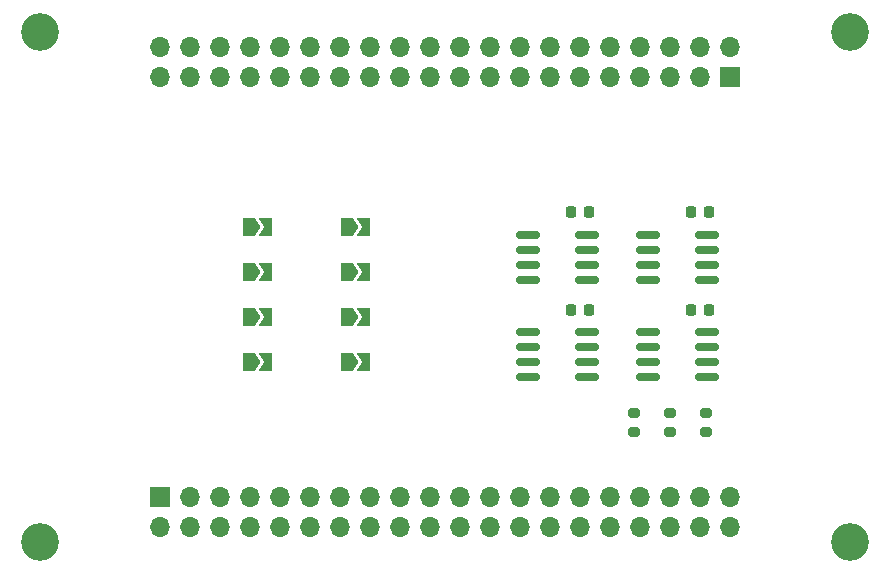
<source format=gbr>
G04 #@! TF.GenerationSoftware,KiCad,Pcbnew,7.0.6+dfsg-1*
G04 #@! TF.CreationDate,2023-08-25T11:52:39+08:00*
G04 #@! TF.ProjectId,mem24cxx,6d656d32-3463-4787-982e-6b696361645f,rev?*
G04 #@! TF.SameCoordinates,Original*
G04 #@! TF.FileFunction,Soldermask,Top*
G04 #@! TF.FilePolarity,Negative*
%FSLAX46Y46*%
G04 Gerber Fmt 4.6, Leading zero omitted, Abs format (unit mm)*
G04 Created by KiCad (PCBNEW 7.0.6+dfsg-1) date 2023-08-25 11:52:39*
%MOMM*%
%LPD*%
G01*
G04 APERTURE LIST*
G04 Aperture macros list*
%AMRoundRect*
0 Rectangle with rounded corners*
0 $1 Rounding radius*
0 $2 $3 $4 $5 $6 $7 $8 $9 X,Y pos of 4 corners*
0 Add a 4 corners polygon primitive as box body*
4,1,4,$2,$3,$4,$5,$6,$7,$8,$9,$2,$3,0*
0 Add four circle primitives for the rounded corners*
1,1,$1+$1,$2,$3*
1,1,$1+$1,$4,$5*
1,1,$1+$1,$6,$7*
1,1,$1+$1,$8,$9*
0 Add four rect primitives between the rounded corners*
20,1,$1+$1,$2,$3,$4,$5,0*
20,1,$1+$1,$4,$5,$6,$7,0*
20,1,$1+$1,$6,$7,$8,$9,0*
20,1,$1+$1,$8,$9,$2,$3,0*%
%AMFreePoly0*
4,1,6,1.000000,0.000000,0.500000,-0.750000,-0.500000,-0.750000,-0.500000,0.750000,0.500000,0.750000,1.000000,0.000000,1.000000,0.000000,$1*%
%AMFreePoly1*
4,1,6,0.500000,-0.750000,-0.650000,-0.750000,-0.150000,0.000000,-0.650000,0.750000,0.500000,0.750000,0.500000,-0.750000,0.500000,-0.750000,$1*%
G04 Aperture macros list end*
%ADD10RoundRect,0.150000X-0.825000X-0.150000X0.825000X-0.150000X0.825000X0.150000X-0.825000X0.150000X0*%
%ADD11FreePoly0,0.000000*%
%ADD12FreePoly1,0.000000*%
%ADD13RoundRect,0.225000X0.225000X0.250000X-0.225000X0.250000X-0.225000X-0.250000X0.225000X-0.250000X0*%
%ADD14C,3.200000*%
%ADD15R,1.700000X1.700000*%
%ADD16O,1.700000X1.700000*%
%ADD17RoundRect,0.200000X0.275000X-0.200000X0.275000X0.200000X-0.275000X0.200000X-0.275000X-0.200000X0*%
%ADD18RoundRect,0.200000X-0.275000X0.200000X-0.275000X-0.200000X0.275000X-0.200000X0.275000X0.200000X0*%
G04 APERTURE END LIST*
D10*
G04 #@! TO.C,U4*
X201360000Y-124460000D03*
X201360000Y-125730000D03*
X201360000Y-127000000D03*
X201360000Y-128270000D03*
X206310000Y-128270000D03*
X206310000Y-127000000D03*
X206310000Y-125730000D03*
X206310000Y-124460000D03*
G04 #@! TD*
G04 #@! TO.C,U1*
X191200000Y-116205000D03*
X191200000Y-117475000D03*
X191200000Y-118745000D03*
X191200000Y-120015000D03*
X196150000Y-120015000D03*
X196150000Y-118745000D03*
X196150000Y-117475000D03*
X196150000Y-116205000D03*
G04 #@! TD*
D11*
G04 #@! TO.C,JP3*
X167550000Y-123190000D03*
D12*
X169000000Y-123190000D03*
G04 #@! TD*
D13*
G04 #@! TO.C,C3*
X206515000Y-114300000D03*
X204965000Y-114300000D03*
G04 #@! TD*
D11*
G04 #@! TO.C,JP1*
X167550000Y-115570000D03*
D12*
X169000000Y-115570000D03*
G04 #@! TD*
D11*
G04 #@! TO.C,JP8*
X175805000Y-127000000D03*
D12*
X177255000Y-127000000D03*
G04 #@! TD*
D14*
G04 #@! TO.C,J3*
X149860000Y-99060000D03*
X149860000Y-142240000D03*
X218440000Y-99060000D03*
X218440000Y-142240000D03*
G04 #@! TD*
D11*
G04 #@! TO.C,JP4*
X167550000Y-127000000D03*
D12*
X169000000Y-127000000D03*
G04 #@! TD*
D11*
G04 #@! TO.C,JP7*
X175805000Y-123190000D03*
D12*
X177255000Y-123190000D03*
G04 #@! TD*
D15*
G04 #@! TO.C,J2*
X208280000Y-102870000D03*
D16*
X208280000Y-100330000D03*
X205740000Y-102870000D03*
X205740000Y-100330000D03*
X203200000Y-102870000D03*
X203200000Y-100330000D03*
X200660000Y-102870000D03*
X200660000Y-100330000D03*
X198120000Y-102870000D03*
X198120000Y-100330000D03*
X195580000Y-102870000D03*
X195580000Y-100330000D03*
X193040000Y-102870000D03*
X193040000Y-100330000D03*
X190500000Y-102870000D03*
X190500000Y-100330000D03*
X187960000Y-102870000D03*
X187960000Y-100330000D03*
X185420000Y-102870000D03*
X185420000Y-100330000D03*
X182880000Y-102870000D03*
X182880000Y-100330000D03*
X180340000Y-102870000D03*
X180340000Y-100330000D03*
X177800000Y-102870000D03*
X177800000Y-100330000D03*
X175260000Y-102870000D03*
X175260000Y-100330000D03*
X172720000Y-102870000D03*
X172720000Y-100330000D03*
X170180000Y-102870000D03*
X170180000Y-100330000D03*
X167640000Y-102870000D03*
X167640000Y-100330000D03*
X165100000Y-102870000D03*
X165100000Y-100330000D03*
X162560000Y-102870000D03*
X162560000Y-100330000D03*
X160020000Y-102870000D03*
X160020000Y-100330000D03*
G04 #@! TD*
D13*
G04 #@! TO.C,C2*
X196355000Y-122555000D03*
X194805000Y-122555000D03*
G04 #@! TD*
D17*
G04 #@! TO.C,R1*
X203200000Y-132905000D03*
X203200000Y-131255000D03*
G04 #@! TD*
D10*
G04 #@! TO.C,U3*
X201360000Y-116205000D03*
X201360000Y-117475000D03*
X201360000Y-118745000D03*
X201360000Y-120015000D03*
X206310000Y-120015000D03*
X206310000Y-118745000D03*
X206310000Y-117475000D03*
X206310000Y-116205000D03*
G04 #@! TD*
D18*
G04 #@! TO.C,R3*
X200152000Y-131255000D03*
X200152000Y-132905000D03*
G04 #@! TD*
D11*
G04 #@! TO.C,JP5*
X175805000Y-115570000D03*
D12*
X177255000Y-115570000D03*
G04 #@! TD*
D13*
G04 #@! TO.C,C1*
X196355000Y-114300000D03*
X194805000Y-114300000D03*
G04 #@! TD*
G04 #@! TO.C,C4*
X206515000Y-122555000D03*
X204965000Y-122555000D03*
G04 #@! TD*
D11*
G04 #@! TO.C,JP2*
X167550000Y-119380000D03*
D12*
X169000000Y-119380000D03*
G04 #@! TD*
D11*
G04 #@! TO.C,JP6*
X175805000Y-119380000D03*
D12*
X177255000Y-119380000D03*
G04 #@! TD*
D10*
G04 #@! TO.C,U2*
X191200000Y-124460000D03*
X191200000Y-125730000D03*
X191200000Y-127000000D03*
X191200000Y-128270000D03*
X196150000Y-128270000D03*
X196150000Y-127000000D03*
X196150000Y-125730000D03*
X196150000Y-124460000D03*
G04 #@! TD*
D17*
G04 #@! TO.C,R2*
X206248000Y-132905000D03*
X206248000Y-131255000D03*
G04 #@! TD*
D15*
G04 #@! TO.C,J1*
X160020000Y-138430000D03*
D16*
X160020000Y-140970000D03*
X162560000Y-138430000D03*
X162560000Y-140970000D03*
X165100000Y-138430000D03*
X165100000Y-140970000D03*
X167640000Y-138430000D03*
X167640000Y-140970000D03*
X170180000Y-138430000D03*
X170180000Y-140970000D03*
X172720000Y-138430000D03*
X172720000Y-140970000D03*
X175260000Y-138430000D03*
X175260000Y-140970000D03*
X177800000Y-138430000D03*
X177800000Y-140970000D03*
X180340000Y-138430000D03*
X180340000Y-140970000D03*
X182880000Y-138430000D03*
X182880000Y-140970000D03*
X185420000Y-138430000D03*
X185420000Y-140970000D03*
X187960000Y-138430000D03*
X187960000Y-140970000D03*
X190500000Y-138430000D03*
X190500000Y-140970000D03*
X193040000Y-138430000D03*
X193040000Y-140970000D03*
X195580000Y-138430000D03*
X195580000Y-140970000D03*
X198120000Y-138430000D03*
X198120000Y-140970000D03*
X200660000Y-138430000D03*
X200660000Y-140970000D03*
X203200000Y-138430000D03*
X203200000Y-140970000D03*
X205740000Y-138430000D03*
X205740000Y-140970000D03*
X208280000Y-138430000D03*
X208280000Y-140970000D03*
G04 #@! TD*
M02*

</source>
